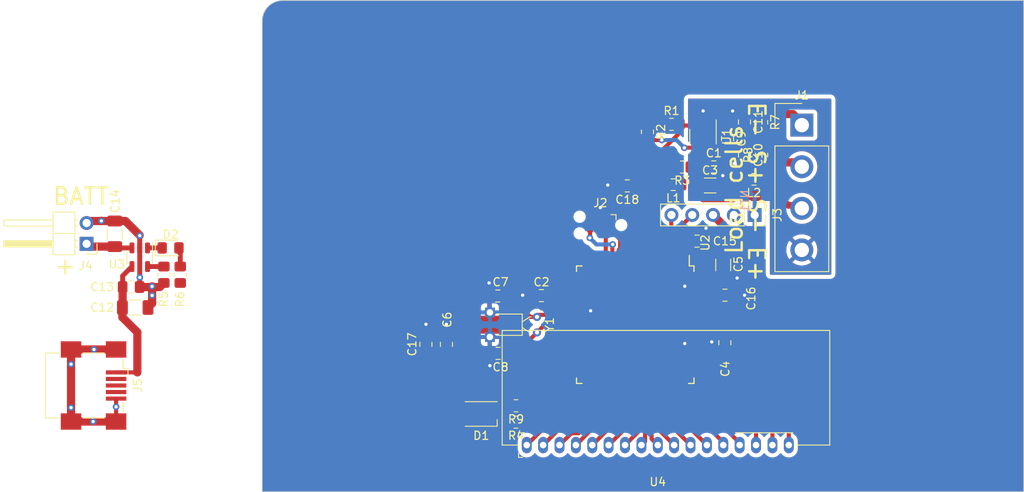
<source format=kicad_pcb>
(kicad_pcb (version 20221018) (generator pcbnew)
  (title_block (title "Load cell ctrl") (rev "v0") (company "Xavier Bourlot"))
  (layers (0 "F.Cu" signal) (31 "B.Cu" signal) (34 "B.Paste" user) (35 "F.Paste" user) (36 "B.SilkS" user "B.Silkscreen") (37 "F.SilkS" user "F.Silkscreen") (38 "B.Mask" user) (39 "F.Mask" user) (44 "Edge.Cuts" user))
  (net 0 "")
  (net 1 "+5V")
  (net 2 "SCK")
  (net 3 "GND")
  (net 4 "MISO")
  (net 5 "RST")
  (net 6 "MOSI")
  (net 7 "VDDA")
  (net 8 "GNDA")
  (net 10 "/Vinn")
  (net 11 "/Vinp")
  (net 12 "/SCL")
  (net 19 "/SDA")
  (net 34 "+BATT")
  (net 35 "/XT1")
  (net 36 "/XT2")
  (net 38 "/RX")
  (net 39 "/TX")
  (net 40 "/COM3")
  (net 41 "/COM2")
  (net 42 "/COM1")
  (net 43 "/COM0")
  (net 44 "Net-(D2-K)")
  (net 45 "Net-(D2-A)")
  (net 46 "Net-(L1-Pad1)")
  (net 47 "Net-(U3-PROG)")
  (net 51 "/Vinp_f")
  (net 52 "/Vinn_f")
  (net 53 "/Vlcdcap")
  (net 54 "/Aref")
  (net 55 "/PWR_loadCell")
  (net 56 "/SEG12")
  (net 57 "/SEG11")
  (net 58 "/SEG10")
  (net 59 "/SEG9")
  (net 60 "/SEG8")
  (net 61 "/SEG7")
  (net 62 "/SEG6")
  (net 63 "/SEG5")
  (net 64 "/SEG4")
  (net 65 "/SEG3")
  (net 66 "/SEG2")
  (net 67 "/SEG1")
  (net 68 "/SEG0")
  (net 69 "/BTN0")
  (net 70 "/BTN1")
  (net 71 "Net-(D1-A1)")
  (net 72 "Net-(D1-A2)")
  (net 73 "/LED_1")
  (net 74 "/LED_0")
  (net 75 "VDDF")
  (net 77 "Net-(J1-Pin_3)")
  (footprint "Capacitor_SMD:C_1206_3216Metric_Pad1.33x1.80mm_HandSolder" (layer "F.Cu") (at 37 53.5 90)
    (fp_text reference "C14")
    (fp_text value "10u")
  )
  (footprint "Capacitor_SMD:C_0805_2012Metric_Pad1.18x1.45mm_HandSolder" (layer "F.Cu") (at 83.81 68.1 180)
    (fp_text reference "C8")
    (fp_text value "DNP")
  )
  (footprint "Inductor_SMD:L_0805_2012Metric_Pad1.15x1.40mm_HandSolder" (layer "F.Cu") (at 105.2 47.5 180)
    (fp_text reference "L1")
    (fp_text value "10u")
  )
  (footprint "Capacitor_SMD:C_0805_2012Metric_Pad1.18x1.45mm_HandSolder" (layer "F.Cu") (at 89.0975 61.05 180)
    (fp_text reference "C2")
    (fp_text value "100n")
  )
  (footprint "Resistor_SMD:R_0805_2012Metric_Pad1.20x1.40mm_HandSolder" (layer "F.Cu") (at 43 58.5 -90)
    (fp_text reference "R5")
    (fp_text value "5k1")
  )
  (footprint "Connector:Tag-Connect_TC2030-IDC-NL_2x03_P1.27mm_Vertical" (layer "F.Cu") (at 96.31 52.435 180)
    (fp_text reference "J2")
    (fp_text value "ICSP_TagConnect")
  )
  (footprint "Capacitor_SMD:C_0805_2012Metric_Pad1.18x1.45mm_HandSolder" (layer "F.Cu") (at 110.15625 45.33125)
    (fp_text reference "C1")
    (fp_text value "100n")
  )
  (footprint "Capacitor_SMD:C_0805_2012Metric_Pad1.18x1.45mm_HandSolder" (layer "F.Cu") (at 99.5875 47.65 180)
    (fp_text reference "C18")
    (fp_text value "100n")
  )
  (footprint "Package_TO_SOT_SMD:SOT-23-6_Handsoldering" (layer "F.Cu") (at 108.83125 41.63125 -90)
    (fp_text reference "U1")
    (fp_text value "MCP3421A0T-ECH")
  )
  (footprint "Package_TO_SOT_SMD:SOT-23-5" (layer "F.Cu") (at 40.05 56.3625 -90)
    (fp_text reference "U3")
    (fp_text value "MCP73831-2-OT")
  )
  (footprint "Connector_PinHeader_2.54mm:PinHeader_1x02_P2.54mm_Horizontal" (layer "F.Cu") (at 33.5625 54.725 180)
    (fp_text reference "J4")
    (fp_text value "BATT")
  )
  (footprint "Capacitor_SMD:C_0805_2012Metric_Pad1.18x1.45mm_HandSolder" (layer "F.Cu") (at 75 67 90)
    (fp_text reference "C17")
    (fp_text value "100n")
  )
  (footprint "Capacitor_SMD:C_0805_2012Metric_Pad1.18x1.45mm_HandSolder" (layer "F.Cu") (at 39 60)
    (fp_text reference "C13")
    (fp_text value "100n")
  )
  (footprint "Capacitor_SMD:C_0805_2012Metric_Pad1.18x1.45mm_HandSolder" (layer "F.Cu") (at 111.51 61)
    (fp_text reference "C16")
    (fp_text value "100n")
  )
  (footprint "Resistor_SMD:R_0805_2012Metric_Pad1.20x1.40mm_HandSolder" (layer "F.Cu") (at 102.05 41.05 -90)
    (fp_text reference "R2")
    (fp_text value "5k1")
  )
  (footprint "Capacitor_SMD:C_0805_2012Metric_Pad1.18x1.45mm_HandSolder" (layer "F.Cu") (at 108.1 54.4)
    (fp_text reference "C15")
    (fp_text value "1u")
  )
  (footprint "Resistor_SMD:R_0805_2012Metric_Pad1.20x1.40mm_HandSolder" (layer "F.Cu") (at 104.99375 40.13125)
    (fp_text reference "R1")
    (fp_text value "5k1")
  )
  (footprint "Resistor_SMD:R_0805_2012Metric_Pad1.20x1.40mm_HandSolder" (layer "F.Cu") (at 106.3 45.35 180)
    (fp_text reference "R3")
    (fp_text value "10")
  )
  (footprint "Capacitor_SMD:C_0805_2012Metric_Pad1.18x1.45mm_HandSolder" (layer "F.Cu") (at 83.7725 61.1 180)
    (fp_text reference "C7")
    (fp_text value "DNP")
  )
  (footprint "LED_SMD:LED_Cree-PLCC4_3.2x2.8mm_CCW" (layer "F.Cu") (at 81.75 75.5 180)
    (fp_text reference "D1")
    (fp_text value "LED_Dual")
  )
  (footprint "Resistor_SMD:R_0805_2012Metric_Pad1.20x1.40mm_HandSolder" (layer "F.Cu") (at 116 39.88125 -90)
    (fp_text reference "R7")
    (fp_text value "100")
  )
  (footprint "Capacitor_SMD:C_1206_3216Metric_Pad1.33x1.80mm_HandSolder" (layer "F.Cu") (at 111.3 57.3 -90)
    (fp_text reference "C5")
    (fp_text value "10u")
  )
  (footprint "Crystal:Crystal_C26-LF_D2.1mm_L6.5mm_Horizontal_1EP_style2" (layer "F.Cu") (at 88.56 63.65 -90)
    (fp_text reference "Y1")
    (fp_text value "DNP")
  )
  (footprint "footprints:GDC0570_LCD_6digits_2mmPitch" (layer "F.Cu") (at 103.31 79.3)
    (fp_text reference "U4")
    (fp_text value "GDC0570")
  )
  (footprint "Resistor_SMD:R_0805_2012Metric_Pad1.20x1.40mm_HandSolder" (layer "F.Cu") (at 86 76.5 180)
    (fp_text reference "R4")
    (fp_text value "1k")
  )
  (footprint "Connector_PinSocket_2.54mm:PinSocket_1x05_P2.54mm_Vertical" (layer "F.Cu") (at 115.14 51.2 -90)
    (fp_text reference "J3")
    (fp_text value "UART")
  )
  (footprint "Capacitor_SMD:C_1206_3216Metric_Pad1.33x1.80mm_HandSolder" (layer "F.Cu") (at 39.5 62.5)
    (fp_text reference "C12")
    (fp_text value "10u")
  )
  (footprint "LED_SMD:LED_0805_2012Metric_Pad1.15x1.40mm_HandSolder" (layer "F.Cu") (at 43.8125 55.225)
    (fp_text reference "D2")
    (fp_text value "CHG")
  )
  (footprint "Capacitor_SMD:C_0805_2012Metric_Pad1.18x1.45mm_HandSolder" (layer "F.Cu") (at 111.5 66.8 90)
    (fp_text reference "C4")
    (fp_text value "100n")
  )
  (footprint "Capacitor_SMD:C_0805_2012Metric_Pad1.18x1.45mm_HandSolder" (layer "F.Cu") (at 77.5 67 90)
    (fp_text reference "C6")
    (fp_text value "100n")
  )
  (footprint "Capacitor_SMD:C_0805_2012Metric_Pad1.18x1.45mm_HandSolder" (layer "F.Cu") (at 113.9 39.84375 -90)
    (fp_text reference "C11")
    (fp_text value "10n")
  )
  (footprint "Resistor_SMD:R_0805_2012Metric_Pad1.20x1.40mm_HandSolder" (layer "F.Cu") (at 86 74.5 180)
    (fp_text reference "R9")
    (fp_text value "1k")
  )
  (footprint "Connector_USB:USB_Mini-B_Wuerth_65100516121_Horizontal" (layer "F.Cu") (at 34.5625 72.025 -90)
    (fp_text reference "J5")
    (fp_text value "USB_B_Micro")
  )
  (footprint "Package_QFP:TQFP-64_14x14mm_P0.8mm" (layer "F.Cu") (at 100.56 64.6 -90)
    (fp_text reference "U2")
    (fp_text value "ATmega169A-A")
  )
  (footprint "Capacitor_SMD:C_1206_3216Metric_Pad1.33x1.80mm_HandSolder" (layer "F.Cu") (at 109.7 47.6)
    (fp_text reference "C3")
    (fp_text value "10u")
  )
  (footprint "Resistor_SMD:R_0805_2012Metric_Pad1.20x1.40mm_HandSolder" (layer "F.Cu") (at 116 43.88125 90)
    (fp_text reference "R8")
    (fp_text value "100")
  )
  (footprint "Inductor_SMD:L_0805_2012Metric_Pad1.15x1.40mm_HandSolder" (layer "F.Cu") (at 115.05 46.85 180)
    (fp_text reference "L2")
    (fp_text value "10u")
  )
  (footprint "Capacitor_SMD:C_0805_2012Metric_Pad1.18x1.45mm_HandSolder" (layer "F.Cu") (at 113.9 43.88125 -90)
    (fp_text reference "C10")
    (fp_text value "10n")
  )
  (footprint "Connector_Samtec_HPM_THT:Samtec_HPM-04-01-x-S_Straight_1x04_Pitch5.08mm" (layer "F.Cu") (at 120.9 40.23)
    (fp_text reference "J1")
    (fp_text value "Load cells")
  )
  (footprint "Capacitor_SMD:C_0805_2012Metric_Pad1.18x1.45mm_HandSolder" (layer "F.Cu") (at 111.83125 41.88125 -90)
    (fp_text reference "C9")
    (fp_text value "100n")
  )
  (footprint "Resistor_SMD:R_0805_2012Metric_Pad1.20x1.40mm_HandSolder" (layer "F.Cu") (at 45 58.5 90)
    (fp_text reference "R6")
    (fp_text value "1k")
  )
  (footprint "NetTie:NetTie-2_SMD_Pad0.5mm" (layer "B.Cu") (at 115.15 49.5 -90)
    (fp_text reference "NT1")
    (fp_text value "GND/GNDA")
  )
  (gr_line (start 55 27.5) (end 55 85) (stroke (width 0.1)) (layer "Edge.Cuts"))
  (gr_line (start 57.5 25) (end 148 25) (stroke (width 0.1)) (layer "Edge.Cuts"))
  (gr_line (start 55 85) (end 148 85) (stroke (width 0.1)) (layer "Edge.Cuts"))
  (gr_line (start 148 85) (end 148 25) (stroke (width 0.1)) (layer "Edge.Cuts"))
  (gr_arc (start 55 27.5) (mid 55.732233 25.732233) (end 57.5 25) (stroke (width 0.1)) (layer "Edge.Cuts"))
  (segment (start 37.9625 60) (end 37.9625 58.6375) (width 0.6) (layer "F.Cu") (net 1))
  (segment (start 39.7625 65.525) (end 39.7625 70.425) (width 1) (layer "F.Cu") (net 1))
  (segment (start 37.9625 62.475) (end 37.9375 62.5) (width 1) (layer "F.Cu") (net 1))
  (segment (start 37.9375 63.7) (end 39.7625 65.525) (width 1) (layer "F.Cu") (net 1))
  (segment (start 37.9625 58.6375) (end 39.1 57.5) (width 0.6) (layer "F.Cu") (net 1))
  (segment (start 37.9375 62.5) (end 37.9375 63.7) (width 1) (layer "F.Cu") (net 1))
  (segment (start 37.1625 70.425) (end 39.7625 70.425) (width 0.5) (layer "F.Cu") (net 1))
  (segment (start 39.7625 70.425) (end 39.9625 70.425) (width 0.5) (layer "F.Cu") (net 1))
  (segment (start 37.9625 60) (end 37.9625 62.475) (width 1) (layer "F.Cu") (net 1))
  (segment (start 98.71 55.3) (end 98.71 54.2) (width 0.5) (layer "F.Cu") (net 2))
  (segment (start 97.58 53.07) (end 98.71 54.2) (width 0.5) (layer "F.Cu") (net 2))
  (segment (start 98.56 55.45) (end 98.71 55.3) (width 0.5) (layer "F.Cu") (net 2))
  (segment (start 98.56 56.9) (end 98.56 55.45) (width 0.5) (layer "F.Cu") (net 2))
  (segment (start 41.5625 60) (end 41.5625 59.925) (width 1) (layer "F.Cu") (net 3))
  (segment (start 82.81 69.6) (end 82.7725 69.6375) (width 0.5) (layer "F.Cu") (net 3))
  (segment (start 41.5625 60) (end 42.5 60) (width 1) (layer "F.Cu") (net 3))
  (segment (start 82.7725 69.5625) (end 82.81 69.6) (width 0.5) (layer "F.Cu") (net 3))
  (segment (start 37.1625 73.625) (end 37.1625 74.625) (width 0.5) (layer "F.Cu") (net 3))
  (segment (start 110.7625 59.4) (end 111.3 58.8625) (width 0.5) (layer "F.Cu") (net 3))
  (segment (start 40.05 58.8125) (end 40.0625 58.825) (width 0.6) (layer "F.Cu") (net 3))
  (segment (start 34.3625 76.425) (end 31.6625 76.425) (width 1) (layer "F.Cu") (net 3))
  (segment (start 31.6625 76.425) (end 31.6625 74.725) (width 1) (layer "F.Cu") (net 3))
  (segment (start 77.5 65.9625) (end 77.5 64.55) (width 0.5) (layer "F.Cu") (net 3))
  (segment (start 109.1 54.4375) (end 109.1375 54.4) (width 0.5) (layer "F.Cu") (net 3))
  (segment (start 82.735 63.025) (end 82.81 63.1) (width 0.5) (layer "F.Cu") (net 3))
  (segment (start 82.7725 68.1) (end 82.7725 66.1375) (width 0.5) (layer "F.Cu") (net 3))
  (segment (start 92.86 62.6) (end 89.11 62.6) (width 0.5) (layer "F.Cu") (net 3))
  (segment (start 35.375 51.9375) (end 35.3625 51.925) (width 1) (layer "F.Cu") (net 3))
  (segment (start 88.06 61.55) (end 88.06 61.05) (width 0.5) (layer "F.Cu") (net 3))
  (segment (start 106.71 67) (end 107.11 67.4) (width 0.5) (layer "F.Cu") (net 3))
  (segment (start 82.735 61.1) (end 82.71 59.5) (width 0.5) (layer "F.Cu") (net 3))
  (segment (start 89.11 62.6) (end 88.06 61.55) (width 0.5) (layer "F.Cu") (net 3))
  (segment (start 40.05 55.225) (end 40.05 53.7375) (width 0.6) (layer "F.Cu") (net 3))
  (segment (start 80.5 76.2) (end 80.5 74.8) (width 0.5) (layer "F.Cu") (net 3))
  (segment (start 38.3 51.9375) (end 37 51.9375) (width 1) (layer "F.Cu") (net 3))
  (segment (start 40.05 55.225) (end 40.05 58.8125) (width 0.6) (layer "F.Cu") (net 3))
  (segment (start 108.26 59.4) (end 107.11 59.4) (width 0.5) (layer "F.Cu") (net 3))
  (segment (start 113.91 61) (end 112.5475 61) (width 0.5) (layer "F.Cu") (net 3))
  (segment (start 98.45 47.55) (end 98.55 47.65) (width 0.5) (layer "F.Cu") (net 3))
  (segment (start 41.5625 61.025) (end 41.5625 62) (width 1) (layer "F.Cu") (net 3))
  (segment (start 107.11 59.4) (end 106.71 59.8) (width 0.5) (layer "F.Cu") (net 3))
  (segment (start 31.6625 74.725) (end 31.6625 69.425) (width 1) (layer "F.Cu") (net 3))
  (segment (start 34.4625 67.625) (end 37.1625 67.625) (width 1) (layer "F.Cu") (net 3))
  (segment (start 108.26 59.4) (end 110.7625 59.4) (width 0.5) (layer "F.Cu") (net 3))
  (segment (start 41.5625 62) (end 41.0625 62.5) (width 1) (layer "F.Cu") (net 3))
  (segment (start 113 58.9) (end 111.3375 58.9) (width 0.5) (layer "F.Cu") (net 3))
  (segment (start 35.35 51.9375) (end 33.81 51.9375) (width 1) (layer "F.Cu") (net 3))
  (segment (start 40.0625 58.825) (end 40.05 58.8375) (width 0.6) (layer "F.Cu") (net 3))
  (segment (start 106.71 59.8) (end 106.61 59.9) (width 0.5) (layer "F.Cu") (net 3))
  (segment (start 40.05 53.7375) (end 40.0625 53.725) (width 0.6) (layer "F.Cu") (net 3))
  (segment (start 106.61 66.9) (end 106.71 67) (width 0.5) (layer "F.Cu") (net 3))
  (segment (start 37.1625 74.625) (end 37.1625 76.425) (width 0.5) (layer "F.Cu") (net 3))
  (segment (start 96.3 50.3) (end 96.31 50.31) (width 0.5) (layer "F.Cu") (net 3))
  (segment (start 31.6625 67.625) (end 34.4625 67.625) (width 1) (layer "F.Cu") (net 3))
  (segment (start 31.6625 69.425) (end 31.6625 67.625) (width 1) (layer "F.Cu") (net 3))
  (segment (start 37 51.9375) (end 35.375 51.9375) (width 1) (layer "F.Cu") (net 3))
  (segment (start 96.31 51.8) (end 96.3 50.3) (width 0.5) (layer "F.Cu") (net 3))
  (segment (start 75 65.9625) (end 77.5 65.9625) (width 0.5) (layer "F.Cu") (net 3))
  (segment (start 109.3 67.4) (end 109.9 66.8) (width 0.5) (layer "F.Cu") (net 3))
  (segment (start 40.0375 60) (end 41.5625 60) (width 1) (layer "F.Cu") (net 3))
  (segment (start 108.26 67.4) (end 109.3 67.4) (width 0.5) (layer "F.Cu") (net 3))
  (segment (start 109.2 52.81875) (end 109.2 54.38125) (width 0.5) (layer "F.Cu") (net 3))
  (segment (start 92.86 62.6) (end 94.81 62.6) (width 0.5) (layer "F.Cu") (net 3))
  (segment (start 75 65.9625) (end 75 64.55) (width 0.5) (layer "F.Cu") (net 3))
  (segment (start 86.81 61) (end 86.76 61.05) (width 0.5) (layer "F.Cu") (net 3))
  (segment (start 88.06 61.05) (end 86.81 61) (width 0.5) (layer "F.Cu") (net 3))
  (segment (start 82.7725 69.6375) (end 82.7725 69.7625) (width 0.5) (layer "F.Cu") (net 3))
  (segment (start 82.71 59.5) (end 82.735 59.525) (width 0.5) (layer "F.Cu") (net 3))
  (segment (start 94.81 62.6) (end 95.11 62.9) (width 0.5) (layer "F.Cu") (net 3))
  (segment (start 40.05 53.6875) (end 38.3 51.9375) (width 1) (layer "F.Cu") (net 3))
  (segment (start 97.2 47.55) (end 98.45 47.55) (width 0.5) (layer "F.Cu") (net 3))
  (segment (start 35.3625 51.925) (end 35.35 51.9375) (width 1) (layer "F.Cu") (net 3))
  (segment (start 42.5 60) (end 43 59.5) (width 1) (layer "F.Cu") (net 3))
  (segment (start 106.61 59.9) (end 106.61 66.9) (width 0.5) (layer "F.Cu") (net 3))
  (segment (start 82.735 61.1) (end 82.735 63.025) (width 0.5) (layer "F.Cu") (net 3))
  (segment (start 107.11 67.4) (end 108.26 67.4) (width 0.5) (layer "F.Cu") (net 3))
  (segment (start 40.05 59.9875) (end 40.0375 60) (width 0.6) (layer "F.Cu") (net 3))
  (segment (start 40.0625 53.725) (end 40.05 53.7125) (width 0.6) (layer "F.Cu") (net 3))
  (segment (start 110.8375 65.7625) (end 109.9 66.7) (width 0.5) (layer "F.Cu") (net 3))
  (segment (start 41.5625 59.925) (end 41.5625 61.025) (width 1) (layer "F.Cu") (net 3))
  (segment (start 37.1625 76.425) (end 34.3625 76.425) (width 1) (layer "F.Cu") (net 3))
  (segment (start 111.3375 58.9) (end 111.3 58.8625) (width 0.5) (layer "F.Cu") (net 3))
  (segment (start 40.05 53.7125) (end 40.05 53.6875) (width 0.6) (layer "F.Cu") (net 3))
  (segment (start 33.81 51.9375) (end 33.5625 52.185) (width 1) (layer "F.Cu") (net 3))
  (segment (start 82.7725 66.1375) (end 82.81 66.1) (width 0.5) (layer "F.Cu") (net 3))
  (segment (start 40.05 58.8375) (end 40.05 59.9875) (width 0.6) (layer "F.Cu") (net 3))
  (segment (start 82.7725 68.1) (end 82.7725 69.5625) (width 0.5) (layer "F.Cu") (net 3))
  (segment (start 111.5 65.7625) (end 110.8375 65.7625) (width 0.5) (layer "F.Cu") (net 3))
  (via (at 41.5625 59.925) (size 0.8) (drill 0.4) (layers "F.Cu" "B.Cu") (net 3))
  (via (at 77.5 64.55) (size 0.8) (drill 0.4) (layers "F.Cu" "B.Cu") (net 3))
  (via (at 106.61 59.9) (size 0.8) (drill 0.4) (layers "F.Cu" "B.Cu") (net 3))
  (via (at 41.5625 61.025) (size 0.8) (drill 0.4) (layers "F.Cu" "B.Cu") (net 3))
  (via (at 113 58.9) (size 0.8) (drill 0.4) (layers "F.Cu" "B.Cu") (net 3))
  (via (at 34.3625 76.425) (size 0.8) (drill 0.4) (layers "F.Cu" "B.Cu") (net 3))
  (via (at 106.61 66.9) (size 0.8) (drill 0.4) (layers "F.Cu" "B.Cu") (net 3))
  (via (at 82.81 69.6) (size 0.8) (drill 0.4) (layers "F.Cu" "B.Cu") (net 3))
  (via (at 40.0625 53.725) (size 0.8) (drill 0.4) (layers "F.Cu" "B.Cu") (net 3))
  (via (at 97.2 47.55) (size 0.8) (drill 0.4) (layers "F.Cu" "B.Cu") (net 3))
  (via (at 75 64.55) (size 0.8) (drill 0.4) (layers "F.Cu" "B.Cu") (net 3))
  (via (at 109.2 52.81875) (size 0.8) (drill 0.4) (layers "F.Cu" "B.Cu") (net 3))
  (via (at 40.0625 58.825) (size 0.8) (drill 0.4) (layers "F.Cu" "B.Cu") (net 3))
  (via (at 31.6625 74.725) (size 0.8) (drill 0.4) (layers "F.Cu" "B.Cu") (net 3))
  (via (at 95.11 62.9) (size 0.8) (drill 0.4) (layers "F.Cu" "B.Cu") (net 3))
  (via (at 35.3625 51.925) (size 0.8) (drill 0.4) (layers "F.Cu" "B.Cu") (net 3))
  (via (at 34.4625 67.625) (size 0.8) (drill 0.4) (layers "F.Cu" "B.Cu") (net 3))
  (via (at 86.81 61) (size 0.8) (drill 0.4) (layers "F.Cu" "B.Cu") (net 3))
  (via (at 109.9 66.7) (size 0.8) (drill 0.4) (layers "F.Cu" "B.Cu") (net 3))
  (via (at 31.6625 69.425) (size 0.8) (drill 0.4) (layers "F.Cu" "B.Cu") (net 3))
  (via (at 37.1625 74.625) (size 0.8) (drill 0.4) (layers "F.Cu" "B.Cu") (net 3))
  (via (at 96.3 50.3) (size 0.8) (drill 0.4) (layers "F.Cu" "B.Cu") (net 3))
  (via (at 113.91 61) (size 0.8) (drill 0.4) (layers "F.Cu" "B.Cu") (net 3))
  (via (at 82.71 59.5) (size 0.8) (drill 0.4) (layers "F.Cu" "B.Cu") (net 3))
  (segment (start 115.15 51.19) (end 115.14 51.2) (width 0.5) (layer "B.Cu") (net 3))
  (segment (start 115.15 50) (end 115.15 51.19) (width 0.5) (layer "B.Cu") (net 3))
  (segment (start 96.96 56.9) (end 96.96 53.72) (width 0.5) (layer "F.Cu") (net 4))
  (segment (start 96.96 53.72) (end 96.31 53.07) (width 0.5) (layer "F.Cu") (net 4))
  (segment (start 91.31 60.7) (end 91.31 51.49) (width 0.5) (layer "F.Cu") (net 5))
  (segment (start 94.41 50.1) (end 95.04 50.73) (width 0.5) (layer "F.Cu") (net 5))
  (segment (start 95.04 50.73) (end 95.04 51.8) (width 0.5) (layer "F.Cu") (net 5))
  (segment (start 92.86 61) (end 91.61 61) (width 0.5) (layer "F.Cu") (net 5))
  (segment (start 91.31 51.49) (end 92.7 50.1) (width 0.5) (layer "F.Cu") (net 5))
  (segment (start 91.61 61) (end 91.31 60.7) (width 0.5) (layer "F.Cu") (net 5))
  (segment (start 92.7 50.1) (end 94.41 50.1) (width 0.5) (layer "F.Cu") (net 5))
  (segment (start 97.76 54.9) (end 97.76 54.95) (width 0.5) (layer "F.Cu") (net 6))
  (segment (start 95.04 53.9) (end 95.01 54) (width 0.5) (layer "F.Cu") (net 6))
  (segment (start 95.01 54) (end 95.04 53.96) (width 0.5) (layer "F.Cu") (net 6))
  (segment (start 95.04 53.96) (end 95.04 53.93) (width 0.5) (layer "F.Cu") (net 6))
  (segment (start 95.04 53.07) (end 95.04 53.9) (width 0.5) (layer "F.Cu") (net 6))
  (segment (start 97.76 56.9) (end 97.76 55) (width 0.5) (layer "F.Cu") (net 6))
  (segment (start 97.76 55) (end 97.81 54.8) (width 0.5) (layer "F.Cu") (net 6))
  (segment (start 97.81 54.8) (end 97.76 54.9) (width 0.5) (layer "F.Cu") (net 6))
  (via (at 97.81 54.8) (size 0.8) (drill 0.4) (layers "F.Cu" "B.Cu") (net 6))
  (via (at 95.01 54) (size 0.8) (drill 0.4) (layers "F.Cu" "B.Cu") (net 6))
  (segment (start 95.81 54.8) (end 95.01 54) (width 0.5) (layer "B.Cu") (net 6))
  (segment (start 97.81 54.8) (end 95.81 54.8) (width 0.5) (layer "B.Cu") (net 6))
  (segment (start 108.1375 47.6) (end 108.1375 45.5375) (width 0.8) (layer "F.Cu") (net 7))
  (segment (start 109.1 45.35) (end 109.11875 45.33125) (width 0.8) (layer "F.Cu") (net 7))
  (segment (start 114.025 47.725) (end 112.5 49.25) (width 0.8) (layer "F.Cu") (net 7))
  (segment (start 108.83125 45.34375) (end 108.79375 45.38125) (width 0.5) (layer "F.Cu") (net 7))
  (segment (start 108.83125 42.98125) (end 108.83125 45.34375) (width 0.5) (layer "F.Cu") (net 7))
  (segment (start 108.85 49.25) (end 108.1375 48.5375) (width 0.8) (layer "F.Cu") (net 7))
  (segment (start 112.5 49.25) (end 108.85 49.25) (width 0.8) (layer "F.Cu") (net 7))
  (segment (start 108.1375 45.5375) (end 107.95 45.35) (width 0.8) (layer "F.Cu") (net 7))
  (segment (start 108.1375 47.6) (end 108.1375 48.5375) (width 0.8) (layer "F.Cu") (net 7))
  (segment (start 107.95 45.35) (end 109.1 45.35) (width 0.8) (layer "F.Cu") (net 7))
  (segment (start 107.3 45.35) (end 107.95 45.35) (width 0.8) (layer "F.Cu") (net 7))
  (segment (start 114.025 46.85) (end 114.025 47.725) (width 0.8) (layer "F.Cu") (net 7))
  (segment (start 108.83125 40.28125) (end 108.83125 38.51875) (width 0.5) (layer "F.Cu") (net 8))
  (segment (start 112.63125 44.91875) (end 111.60625 44.91875) (width 0.8) (layer "F.Cu") (net 8))
  (segment (start 112.45 38.5) (end 113.59375 38.5) (width 1) (layer "F.Cu") (net 8))
  (segment (start 111.2625 46.3875) (end 111.2625 45.4) (width 0.8) (layer "F.Cu") (net 8))
  (segment (start 113.9625 44.98125) (end 113.9 44.91875) (width 0.5) (layer "F.Cu") (net 8))
  (segment (start 108.85 38.5) (end 112.45 38.5) (width 1) (layer "F.Cu") (net 8))
  (segment (start 108.83125 38.51875) (end 108.85 38.5) (width 0.5) (layer "F.Cu") (net 8))
  (segment (start 113.59375 38.5) (end 113.9 38.80625) (width 1) (layer "F.Cu") (net 8))
  (segment (start 111.60625 44.91875) (end 111.19375 45.33125) (width 0.8) (layer "F.Cu") (net 8))
  (segment (start 111.2625 45.4) (end 111.19375 45.33125) (width 0.8) (layer "F.Cu") (net 8))
  (segment (start 113.9 44.91875) (end 112.66875 44.91875) (width 0.8) (layer "F.Cu") (net 8))
  (segment (start 111.25 46.4) (end 111.2625 46.3875) (width 0.8) (layer "F.Cu") (net 8))
  (segment (start 112.65 44.9) (end 112.63125 44.91875) (width 0.8) (layer "F.Cu") (net 8))
  (segment (start 111.2625 46.4125) (end 111.25 46.4) (width 0.8) (layer "F.Cu") (net 8))
  (segment (start 111.2625 47.6) (end 111.2625 46.4125) (width 0.8) (layer "F.Cu") (net 8))
  (segment (start 112.66875 44.91875) (end 112.65 44.9) (width 0.8) (layer "F.Cu") (net 8))
  (via (at 112.45 38.5) (size 0.8) (drill 0.4) (layers "F.Cu" "B.Cu") (net 8))
  (via (at 108.85 38.5) (size 0.8) (drill 0.4) (layers "F.Cu" "B.Cu") (net 8))
  (via (at 112.65 44.9) (size 0.8) (drill 0.4) (layers "F.Cu" "B.Cu") (net 8))
  (via (at 111.25 46.4) (size 0.8) (drill 0.4) (layers "F.Cu" "B.Cu") (net 8))
  (segment (start 116.28125 44.78125) (end 116.18125 44.88125) (width 1) (layer "F.Cu") (net 10))
  (segment (start 120.98125 44.78125) (end 116.28125 44.78125) (width 1) (layer "F.Cu") (net 10))
  (segment (start 116 38.88125) (end 119.81125 38.88125) (width 1) (layer "F.Cu") (net 11))
  (segment (start 119.81125 38.88125) (end 120.8 39.87) (width 1) (layer "F.Cu") (net 11))
  (segment (start 102.56 44.59) (end 105.99375 41.15625) (width 0.5) (layer "F.Cu") (net 12))
  (segment (start 106.14375 40.28125) (end 105.99375 40.13125) (width 0.5) (layer "F.Cu") (net 12))
  (segment (start 105.99375 41.15625) (end 105.99375 40.13125) (width 0.5) (layer "F.Cu") (net 12))
  (segment (start 107.88125 40.28125) (end 106.14375 40.28125) (width 0.5) (layer "F.Cu") (net 12))
  (segment (start 102.56 56.9) (end 102.56 44.59) (width 0.5) (layer "F.Cu") (net 12))
  (segment (start 106.56875 42.98125) (end 106.55 43) (width 0.5) (layer "F.Cu") (net 19))
  (segment (start 103.8 42.05) (end 102.05 42.05) (width 0.5) (layer "F.Cu") (net 19))
  (segment (start 107.88125 42.98125) (end 106.56875 42.98125) (width 0.5) (layer "F.Cu") (net 19))
  (segment (start 101.76 56.9) (end 101.76 42.34) (width 0.5) (layer "F.Cu") (net 19))
  (segment (start 101.76 42.34) (end 102.05 42.05) (width 0.5) (layer "F.Cu") (net 19))
  (via (at 103.8 42.05) (size 0.8) (drill 0.4) (layers "F.Cu" "B.Cu") (net 19))
  (via (at 106.55 43) (size 0.8) (drill 0.4) (layers "F.Cu" "B.Cu") (net 19))
  (segment (start 103.8 42.05) (end 105.6 42.05) (width 0.5) (layer "B.Cu") (net 19))
  (segment (start 105.6 42.05) (end 106.55 43) (width 0.5) (layer "B.Cu") (net 19))
  (segment (start 95.6 61.8) (end 105.2 61.8) (width 1) (layer "F.Cu") (net 34))
  (segment (start 37.1625 55.225) (end 37 55.0625) (width 0.6) (layer "F.Cu") (net 34))
  (segment (start 110.06 51.2) (end 111.3 52.44) (width 1) (layer "F.Cu") (net 34))
  (segment (start 108.26 68.2) (end 111.1375 68.2) (width 0.5) (layer "F.Cu") (net 34))
  (segment (start 97.58 49.53) (end 96.9 48.85) (width 1) (layer "F.Cu") (net 34))
  (segment (start 105.61 61.9) (end 105.61 59.4) (width 0.5) (layer "F.Cu") (net 34))
  (segment (start 111.3 55.7375) (end 110.5725 55.7375) (width 0.5) (layer "F.Cu") (net 34))
  (segment (start 37 55.0625) (end 33.9 55.0625) (width 1) (layer "F.Cu") (net 34))
  (segment (start 105.2 61.8) (end 105.2 67.55) (width 1) (layer "F.Cu") (net 34))
  (segment (start 105.2 67.55) (end 105.9 68.25) (width 1) (layer "F.Cu") (net 34))
  (segment (start 110.5725 55.7375) (end 108.26 58.05) (width 0.5) (layer "F.Cu") (net 34))
  (segment (start 92.86 61.8) (end 90.885 61.8) (width 0.5) (layer "F.Cu") (net 34))
  (segment (start 39.1 55.225) (end 37.1625 55.225) (width 0.6) (layer "F.Cu") (net 34))
  (segment (start 97.58 51.8) (end 97.58 49.53) (width 0.6) (layer "F.Cu") (net 34))
  (segment (start 106.41 58.6) (end 108.26 58.6) (width 0.5) (layer "F.Cu") (net 34))
  (segment (start 92.86 61.8) (end 95.6 61.8) (width 0.5) (layer "F.Cu") (net 34))
  (segment (start 90.885 61.8) (end 90.135 61.05) (width 0.5) (layer "F.Cu") (net 34))
  (segment (start 111.3 52.44) (end 111.3 55.7375) (width 1) (layer "F.Cu") (net 34))
  (segment (start 108.26 68.2) (end 106.21 68.2) (width 0.5) (layer "F.Cu") (net 34))
  (segment (start 91.45 48.85) (end 89.65 50.65) (width 1) (layer "F.Cu") (net 34))
  (segment (start 89.65 50.65) (end 89.65 60.565) (width 1) (layer "F.Cu") (net 34))
  (segment (start 108.26 58.05) (end 108.26 58.6) (width 0.5) (layer "F.Cu") (net 34))
  (segment (start 105.61 59.4) (end 106.41 58.6) (width 0.5) (layer "F.Cu") (net 34))
  (segment (start 33.9 55.0625) (end 33.5625 54.725) (width 1) (layer "F.Cu") (net 34))
  (segment (start 111.1375 68.2) (end 111.5 67.8375) (width 0.5) (layer "F.Cu") (net 34))
  (segment (start 96.9 48.85) (end 91.45 48.85) (width 1) (layer "F.Cu") (net 34))
  (segment (start 89.65 60.565) (end 90.135 61.05) (width 1) (layer "F.Cu") (net 34))
  (segment (start 89.91 64.2) (end 88.56 65.55) (width 0.5) (layer "F.Cu") (net 35))
  (segment (start 92.86 64.2) (end 89.91 64.2) (width 0.5) (layer "F.Cu") (net 35))
  (segment (start 84.8475 68.1) (end 86.01 68.1) (width 0.5) (layer "F.Cu") (net 35))
  (segment (start 86.01 68.1) (end 88.56 65.55) (width 0.5) (layer "F.Cu") (net 35))
  (segment (start 92.86 63.4) (end 88.81 63.4) (width 0.5) (layer "F.Cu") (net 36))
  (segment (start 85.21 61.1) (end 84.81 61.1) (width 0.5) (layer "F.Cu") (net 36))
  (segment (start 88.56 63.65) (end 87.76 63.65) (width 0.5) (layer "F.Cu") (net 36))
  (segment (start 87.76 63.65) (end 85.21 61.1) (width 0.5) (layer "F.Cu") (net 36))
  (segment (start 88.81 63.4) (end 88.56 63.65) (width 0.5) (layer "F.Cu") (net 36))
  (segment (start 105.76 52.96) (end 107.52 51.2) (width 0.5) (layer "F.Cu") (net 38))
  (segment (start 105.76 56.9) (end 105.76 52.96) (width 0.5) (layer "F.Cu") (net 38))
  (segment (start 104.96 56.9) (end 104.96 51.22) (width 0.5) (layer "F.Cu") (net 39))
  (segment (start 104.96 51.22) (end 104.98 51.2) (width 0.5) (layer "F.Cu") (net 39))
  (segment (start 113.31 79.05) (end 106.56 72.3) (width 0.5) (layer "F.Cu") (net 40))
  (segment (start 113.31 79.3) (end 113.31 79.05) (width 0.5) (layer "F.Cu") (net 40))
  (segment (start 115.31 79.3) (end 115.31 77.65) (width 0.5) (layer "F.Cu") (net 41))
  (segment (start 115.31 77.65) (end 108.26 70.6) (width 0.5) (layer "F.Cu") (net 41))
  (segment (start 117.31 77.8) (end 109.31 69.8) (width 0.5) (layer "F.Cu") (net 42))
  (segment (start 109.31 69.8) (end 108.26 69.8) (width 0.5) (layer "F.Cu") (net 42))
  (segment (start 117.31 79.3) (end 117.31 77.8) (width 0.5) (layer "F.Cu") (net 42))
  (segment (start 119.31 79.3) (end 119.31 77.8) (width 0.5) (layer "F.Cu") (net 43))
  (segment (start 119.31 77.8) (end 110.51 69) (width 0.5) (layer "F.Cu") (net 43))
  (segment (start 110.51 69) (end 108.26 69) (width 0.5) (layer "F.Cu") (net 43))
  (segment (start 41 55.225) (end 42.7875 55.225) (width 0.6) (layer "F.Cu") (net 44))
  (segment (start 45 57.5) (end 45 55.3875) (width 0.6) (layer "F.Cu") (net 45))
  (segment (start 45 55.3875) (end 44.8375 55.225) (width 0.6) (layer "F.Cu") (net 45))
  (segment (start 105.3 46.05) (end 105.3 45.35) (width 0.8) (layer "F.Cu") (net 46))
  (segment (start 106.225 47.5) (end 106.225 46.975) (width 0.8) (layer "F.Cu") (net 46))
  (segment (start 106.225 46.975) (end 105.3 46.05) (width 0.8) (layer "F.Cu") (net 46))
  (segment (start 41 57.5) (end 43 57.5) (width 0.6) (layer "F.Cu") (net 47))
  (segment (start 111.26875 40.28125) (end 111.83125 40.84375) (width 0.6) (layer "F.Cu") (net 51))
  (segment (start 116.18125 40.88125) (end 111.86875 40.88125) (width 0.8) (layer "F.Cu") (net 51))
  (segment (start 109.78125 40.28125) (end 111.26875 40.28125) (width 0.6) (layer "F.Cu") (net 51))
  (segment (start 111.86875 40.88125) (end 111.83125 40.84375) (width 0.8) (layer "F.Cu") (net 51))
  (segment (start 111.86875 42.88125) (end 111.83125 42.91875) (width 0.8) (layer "F.Cu") (net 52))
  (segment (start 111.76875 42.98125) (end 111.83125 42.91875) (width 0.6) (layer "F.Cu") (net 52))
  (segment (start 116.18125 42.88125) (end 111.86875 42.88125) (width 0.8) (layer "F.Cu") (net 52))
  (segment (start 109.78125 42.98125) (end 111.76875 42.98125) (width 0.6) (layer "F.Cu") (net 52))
  (segment (start 106.56 56.9) (end 106.56 54.9025) (width 0.5) (layer "F.Cu") (net 53))
  (segment (start 106.56 54.9025) (end 107.0625 54.4) (width 0.5) (layer "F.Cu") (net 53))
  (segment (start 109.6725 60.2) (end 110.4725 61) (width 0.5) (layer "F.Cu") (net 54))
  (segment (start 108.26 60.2) (end 109.6725 60.2) (width 0.5) (layer "F.Cu") (net 54))
  (segment (start 103.36 48.315) (end 104.175 47.5) (width 0.5) (layer "F.Cu") (net 55))
  (segment (start 103.36 56.9) (end 103.36 55.15) (width 0.5) (layer "F.Cu") (net 55))
  (segment (start 103.85 55.15) (end 103.36 55.15) (width 0.5) (layer "F.Cu") (net 55))
  (segment (start 104.16 56.9) (end 104.16 55.46) (width 0.5) (layer "F.Cu") (net 55))
  (segment (start 103.36 55.15) (end 103.36 48.315) (width 0.5) (layer "F.Cu") (net 55))
  (segment (start 104.16 55.46) (end 103.85 55.15) (width 0.5) (layer "F.Cu") (net 55))
  (segment (start 93.059758 76.450998) (end 90.159002 76.450998) (width 0.5) (layer "F.Cu") (net 56))
  (segment (start 90.159002 76.450998) (end 87.31 79.3) (width 0.5) (layer "F.Cu") (net 56))
  (segment (start 96.16 73.350756) (end 93.059758 76.450998) (width 0.5) (layer "F.Cu") (net 56))
  (segment (start 96.16 72.3) (end 96.16 73.350756) (width 0.5) (layer "F.Cu") (net 56))
  (segment (start 96.96 72.3) (end 96.96 73.54) (width 0.5) (layer "F.Cu") (net 57))
  (segment (start 96.96 73.54) (end 93.349501 77.150499) (width 0.5) (layer "F.Cu") (net 57))
  (segment (start 93.349501 77.150499) (end 91.459501 77.150499) (width 0.5) (layer "F.Cu") (net 57))
  (segment (start 91.459501 77.150499) (end 89.31 79.3) (width 0.5) (layer "F.Cu") (net 57))
  (segment (start 97.76 73.729949) (end 93.639949 77.85) (width 0.5) (layer "F.Cu") (net 58))
  (segment (start 93.639949 77.85) (end 92.76 77.85) (width 0.5) (layer "F.Cu") (net 58))
  (segment (start 97.76 72.3) (end 97.76 73.729949) (width 0.5) (layer "F.Cu") (net 58))
  (segment (start 92.76 77.85) (end 91.31 79.3) (width 0.5) (layer "F.Cu") (net 58))
  (segment (start 98.56 74.05) (end 93.31 79.3) (width 0.5) (layer "F.Cu") (net 59))
  (segment (start 98.56 72.3) (end 98.56 74.05) (width 0.5) (layer "F.Cu") (net 59))
  (segment (start 99.36 72.3) (end 99.36 75.25) (width 0.5) (layer "F.Cu") (net 60))
  (segment (start 99.36 75.25) (end 95.31 79.3) (width 0.5) (layer "F.Cu") (net 60))
  (segment (start 100.16 76.45) (end 97.31 79.3) (width 0.5) (layer "F.Cu") (net 61))
  (segment (start 100.16 72.3) (end 100.16 76.45) (width 0.5) (layer "F.Cu") (net 61))
  (segment (start 100.96 77.65) (end 99.31 79.3) (width 0.5) (layer "F.Cu") (net 62))
  (segment (start 100.96 72.3) (end 100.96 77.65) (width 0.5) (layer "F.Cu") (net 62))
  (segment (start 101.76 72.3) (end 101.76 78.85) (width 0.5) (layer "F.Cu") (net 63))
  (segment (start 101.76 78.85) (end 101.31 79.3) (width 0.5) (layer "F.Cu") (net 63))
  (segment (start 102.56 78.55) (end 103.31 79.3) (width 0.5) (layer "F.Cu") (net 64))
  (segment (start 102.56 72.3) (end 102.56 78.55) (width 0.5) (layer "F.Cu") (net 64))
  (segment (start 103.36 77.35) (end 105.31 79.3) (width 0.5) (layer "F.Cu") (net 65))
  (segment (start 103.36 72.3) (end 103.36 77.35) (width 0.5) (layer "F.Cu") (net 65))
  (segment (start 104.16 72.3) (end 104.16 76.15) (width 0.5) (layer "F.Cu") (net 66))
  (segment (start 104.16 76.15) (end 107.31 79.3) (width 0.5) (layer "F.Cu") (net 66))
  (segment (start 104.96 74.95) (end 109.31 79.3) (width 0.5) (layer "F.Cu") (net 67))
  (segment (start 104.96 72.3) (end 104.96 74.95) (width 0.5) (layer "F.Cu") (net 67))
  (segment (start 105.76 73.425) (end 111.31 78.975) (width 0.5) (layer "F.Cu") (net 68))
  (segment (start 105.76 72.3) (end 105.76 73.425) (width 0.5) (layer "F.Cu") (net 68))
  (segment (start 111.31 78.975) (end 111.31 79.3) (width 0.5) (layer "F.Cu") (net 68))
  (segment (start 92.86 68.2) (end 89.8 68.2) (width 0.5) (layer "F.Cu") (net 69))
  (segment (start 89.8 68.2) (end 86.5 71.5) (width 0.5) (layer "F.Cu") (net 69))
  (segment (start 86.5 71.5) (end 80 71.5) (width 0.5) (layer "F.Cu") (net 69))
  (segment (start 92.86 69) (end 90.5 69) (width 0.5) (layer "F.Cu") (net 70))
  (segment (start 87 72.5) (end 80 72.5) (width 0.5) (layer "F.Cu") (net 70))
  (segment (start 90.5 69) (end 87 72.5) (width 0.5) (layer "F.Cu") (net 70))
  (segment (start 83 76.2) (end 84.7 76.2) (width 0.5) (layer "F.Cu") (net 71))
  (segment (start 84.7 76.2) (end 85 76.5) (width 0.5) (layer "F.Cu") (net 71))
  (segment (start 84.7 74.8) (end 85 74.5) (width 0.5) (layer "F.Cu") (net 72))
  (segment (start 83 74.8) (end 84.7 74.8) (width 0.5) (layer "F.Cu") (net 72))
  (segment (start 92.86 71.14) (end 92.86 70.6) (width 0.5) (layer "F.Cu") (net 73))
  (segment (start 87.5 76.5) (end 92.86 71.14) (width 0.5) (layer "F.Cu") (net 73))
  (segment (start 87 76.5) (end 87.5 76.5) (width 0.5) (layer "F.Cu") (net 73))
  (segment (start 91.7 69.8) (end 87 74.5) (width 0.5) (layer "F.Cu") (net 74))
  (segment (start 92.86 69.8) (end 91.7 69.8) (width 0.5) (layer "F.Cu") (net 74))
  (segment (start 100.96 56.9) (end 100.96 43.11) (width 0.5) (layer "F.Cu") (net 75))
  (segment (start 100.96 43.11) (end 100.65 42.8) (width 0.5) (layer "F.Cu") (net 75))
  (segment (start 102.13125 40.13125) (end 102.05 40.05) (width 0.5) (layer "F.Cu") (net 75))
  (segment (start 103.99375 40.13125) (end 102.13125 40.13125) (width 0.5) (layer "F.Cu") (net 75))
  (segment (start 101.35 40.05) (end 100.65 40.75) (width 0.5) (layer "F.Cu") (net 75))
  (segment (start 102.05 40.05) (end 101.35 40.05) (width 0.5) (layer "F.Cu") (net 75))
  (segment (start 100.65 42.8) (end 100.65 40.75) (width 0.5) (layer "F.Cu") (net 75))
  (segment (start 120.8 50.03) (end 119.255 50.03) (width 0.8) (layer "F.Cu") (net 77))
  (segment (start 119.255 50.03) (end 116.075 46.85) (width 0.8) (layer "F.Cu") (net 77))
  (zone (net 8) (net_name "GNDA") (layers "F&B.Cu") (priority 2) (connect_pads (clearance 0.5)) (min_thickness 0.25) (fill yes (thermal_gap 0.5) (thermal_bridge_width 0.5))
    (polygon (pts (xy 107 49.5) (xy 107 37) (xy 124.5 37) (xy 124.5 58.5) (xy 117 58.5) (xy 117 49.5)))
  )
  (zone (net 3) (net_name "GND") (layer "B.Cu") (priority 1) (connect_pads (clearance 0.5)) (min_thickness 0.25) (fill yes (thermal_gap 0.5) (thermal_bridge_width 0.5))
    (polygon (pts (xy 55 85) (xy 148 85) (xy 148 25) (xy 55 25)))
  )
)
</source>
